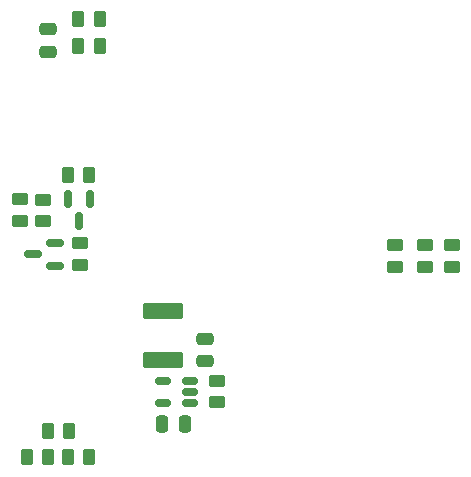
<source format=gbp>
%TF.GenerationSoftware,KiCad,Pcbnew,(6.0.9)*%
%TF.CreationDate,2023-01-11T20:23:52+07:00*%
%TF.ProjectId,ESP12CORE_B_MULTI,45535031-3243-44f5-9245-5f425f4d554c,rev?*%
%TF.SameCoordinates,Original*%
%TF.FileFunction,Paste,Bot*%
%TF.FilePolarity,Positive*%
%FSLAX46Y46*%
G04 Gerber Fmt 4.6, Leading zero omitted, Abs format (unit mm)*
G04 Created by KiCad (PCBNEW (6.0.9)) date 2023-01-11 20:23:52*
%MOMM*%
%LPD*%
G01*
G04 APERTURE LIST*
G04 Aperture macros list*
%AMRoundRect*
0 Rectangle with rounded corners*
0 $1 Rounding radius*
0 $2 $3 $4 $5 $6 $7 $8 $9 X,Y pos of 4 corners*
0 Add a 4 corners polygon primitive as box body*
4,1,4,$2,$3,$4,$5,$6,$7,$8,$9,$2,$3,0*
0 Add four circle primitives for the rounded corners*
1,1,$1+$1,$2,$3*
1,1,$1+$1,$4,$5*
1,1,$1+$1,$6,$7*
1,1,$1+$1,$8,$9*
0 Add four rect primitives between the rounded corners*
20,1,$1+$1,$2,$3,$4,$5,0*
20,1,$1+$1,$4,$5,$6,$7,0*
20,1,$1+$1,$6,$7,$8,$9,0*
20,1,$1+$1,$8,$9,$2,$3,0*%
G04 Aperture macros list end*
%ADD10RoundRect,0.150000X0.587500X0.150000X-0.587500X0.150000X-0.587500X-0.150000X0.587500X-0.150000X0*%
%ADD11RoundRect,0.250000X0.475000X-0.250000X0.475000X0.250000X-0.475000X0.250000X-0.475000X-0.250000X0*%
%ADD12RoundRect,0.250000X-0.262500X-0.450000X0.262500X-0.450000X0.262500X0.450000X-0.262500X0.450000X0*%
%ADD13RoundRect,0.250000X-0.450000X0.262500X-0.450000X-0.262500X0.450000X-0.262500X0.450000X0.262500X0*%
%ADD14RoundRect,0.250000X0.450000X-0.262500X0.450000X0.262500X-0.450000X0.262500X-0.450000X-0.262500X0*%
%ADD15RoundRect,0.150000X-0.150000X0.587500X-0.150000X-0.587500X0.150000X-0.587500X0.150000X0.587500X0*%
%ADD16RoundRect,0.250000X-0.250000X-0.475000X0.250000X-0.475000X0.250000X0.475000X-0.250000X0.475000X0*%
%ADD17RoundRect,0.250000X-0.475000X0.250000X-0.475000X-0.250000X0.475000X-0.250000X0.475000X0.250000X0*%
%ADD18RoundRect,0.150000X0.512500X0.150000X-0.512500X0.150000X-0.512500X-0.150000X0.512500X-0.150000X0*%
%ADD19RoundRect,0.250000X0.262500X0.450000X-0.262500X0.450000X-0.262500X-0.450000X0.262500X-0.450000X0*%
%ADD20RoundRect,0.249999X1.450001X-0.450001X1.450001X0.450001X-1.450001X0.450001X-1.450001X-0.450001X0*%
G04 APERTURE END LIST*
D10*
%TO.C,Q6*%
X113987500Y-81450000D03*
X113987500Y-83350000D03*
X112112500Y-82400000D03*
%TD*%
D11*
%TO.C,C11*%
X126660000Y-91440000D03*
X126660000Y-89540000D03*
%TD*%
D12*
%TO.C,R15*%
X111577500Y-99530000D03*
X113402500Y-99530000D03*
%TD*%
D13*
%TO.C,R11*%
X142748000Y-81637500D03*
X142748000Y-83462500D03*
%TD*%
D14*
%TO.C,R31*%
X112925000Y-79587500D03*
X112925000Y-77762500D03*
%TD*%
D15*
%TO.C,Q5*%
X115020000Y-77682500D03*
X116920000Y-77682500D03*
X115970000Y-79557500D03*
%TD*%
D16*
%TO.C,C9*%
X123050000Y-96720000D03*
X124950000Y-96720000D03*
%TD*%
D12*
%TO.C,R16*%
X113357500Y-97380000D03*
X115182500Y-97380000D03*
%TD*%
%TO.C,R17*%
X115037500Y-99580000D03*
X116862500Y-99580000D03*
%TD*%
D13*
%TO.C,R18*%
X147574000Y-81637500D03*
X147574000Y-83462500D03*
%TD*%
D17*
%TO.C,C15*%
X113344075Y-63334212D03*
X113344075Y-65234212D03*
%TD*%
D13*
%TO.C,R19*%
X145288000Y-81637500D03*
X145288000Y-83462500D03*
%TD*%
D14*
%TO.C,R32*%
X110950000Y-79562500D03*
X110950000Y-77737500D03*
%TD*%
D18*
%TO.C,U7*%
X125347500Y-93100000D03*
X125347500Y-94050000D03*
X125347500Y-95000000D03*
X123072500Y-95000000D03*
X123072500Y-93100000D03*
%TD*%
D12*
%TO.C,R30*%
X115927500Y-62484000D03*
X117752500Y-62484000D03*
%TD*%
D13*
%TO.C,R26*%
X127670000Y-93107500D03*
X127670000Y-94932500D03*
%TD*%
D19*
%TO.C,R29*%
X117752500Y-64770000D03*
X115927500Y-64770000D03*
%TD*%
D20*
%TO.C,C13*%
X123060000Y-91330000D03*
X123060000Y-87230000D03*
%TD*%
D19*
%TO.C,R10*%
X116852500Y-75660000D03*
X115027500Y-75660000D03*
%TD*%
D14*
%TO.C,R22*%
X116100000Y-83287500D03*
X116100000Y-81462500D03*
%TD*%
M02*

</source>
